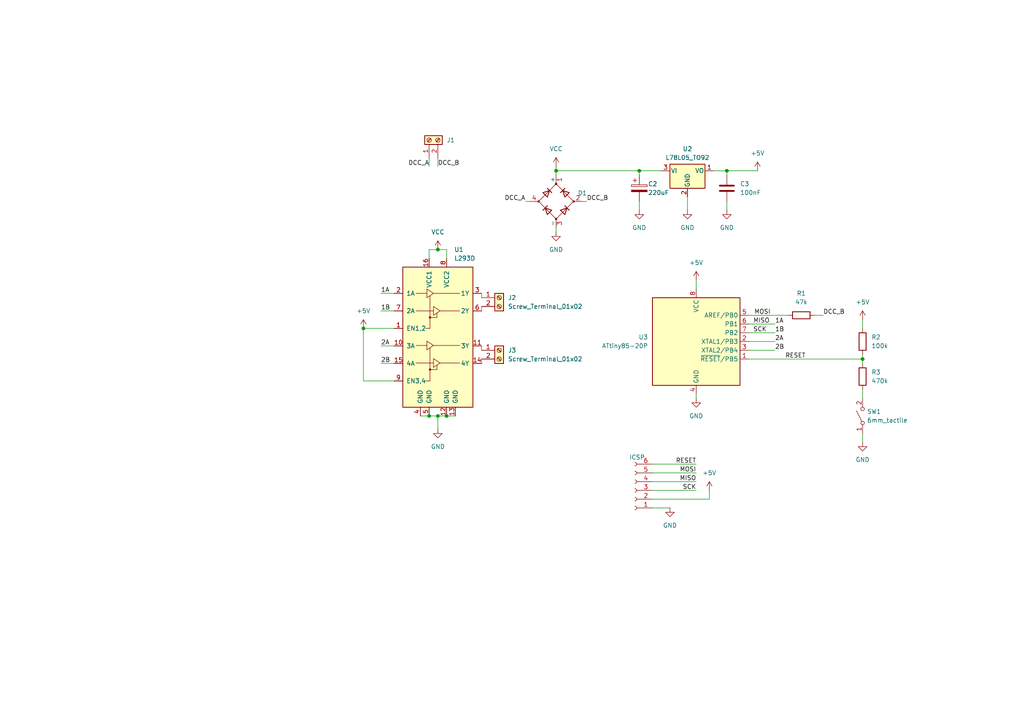
<source format=kicad_sch>
(kicad_sch (version 20231120) (generator "eeschema") (generator_version "8.0")
  (paper "A4")
  (lib_symbols
    (symbol "Connector:Conn_01x06_Socket" (pin_names (offset 1.016) hide)
      (property "Reference" "J" (at 0 7.62 0))
      (property "Value" "Conn_01x06_Socket" (at 0 -10.16 0))
      (symbol "Conn_01x06_Socket_1_1"
        (arc (start 0 -7.112) (mid -0.5058 -7.62) (end 0 -8.128) (stroke (width 0.1524)))
        (arc (start 0 -4.572) (mid -0.5058 -5.08) (end 0 -5.588) (stroke (width 0.1524)))
        (arc (start 0 -2.032) (mid -0.5058 -2.54) (end 0 -3.048) (stroke (width 0.1524)))
        (polyline (pts (xy -1.27 -7.62) (xy -0.508 -7.62)) (stroke (width 0.1524)))
        (polyline (pts (xy -1.27 -5.08) (xy -0.508 -5.08)) (stroke (width 0.1524)))
        (polyline (pts (xy -1.27 -2.54) (xy -0.508 -2.54)) (stroke (width 0.1524)))
        (polyline (pts (xy -1.27 0) (xy -0.508 0)) (stroke (width 0.1524)))
        (polyline (pts (xy -1.27 2.54) (xy -0.508 2.54)) (stroke (width 0.1524)))
        (polyline (pts (xy -1.27 5.08) (xy -0.508 5.08)) (stroke (width 0.1524)))
        (arc (start 0 0.508) (mid -0.5058 0) (end 0 -0.508) (stroke (width 0.1524)))
        (arc (start 0 3.048) (mid -0.5058 2.54) (end 0 2.032) (stroke (width 0.1524)))
        (arc (start 0 5.588) (mid -0.5058 5.08) (end 0 4.572) (stroke (width 0.1524)))
        (pin passive line (at -5.08 5.08 0) (length 3.81) (name "Pin_1") (number "1"))
        (pin passive line (at -5.08 2.54 0) (length 3.81) (name "Pin_2") (number "2"))
        (pin passive line (at -5.08 0 0) (length 3.81) (name "Pin_3") (number "3"))
        (pin passive line (at -5.08 -2.54 0) (length 3.81) (name "Pin_4") (number "4"))
        (pin passive line (at -5.08 -5.08 0) (length 3.81) (name "Pin_5") (number "5"))
        (pin passive line (at -5.08 -7.62 0) (length 3.81) (name "Pin_6") (number "6"))
      )
    )
    (symbol "Connector:Screw_Terminal_01x02" (pin_names (offset 1.016) hide)
      (property "Reference" "J" (at 0 2.54 0))
      (property "Value" "Screw_Terminal_01x02" (at 0 -5.08 0))
      (symbol "Screw_Terminal_01x02_1_1"
        (rectangle (start -1.27 1.27) (end 1.27 -3.81) (stroke (width 0.254)) (fill (type background)))
        (circle (center 0 -2.54) (radius 0.635) (stroke (width 0.1524)))
        (polyline (pts (xy -0.5334 -2.2098) (xy 0.3302 -3.048)) (stroke (width 0.1524)))
        (polyline (pts (xy -0.5334 0.3302) (xy 0.3302 -0.508)) (stroke (width 0.1524)))
        (polyline (pts (xy -0.3556 -2.032) (xy 0.508 -2.8702)) (stroke (width 0.1524)))
        (polyline (pts (xy -0.3556 0.508) (xy 0.508 -0.3302)) (stroke (width 0.1524)))
        (circle (center 0 0) (radius 0.635) (stroke (width 0.1524)))
        (pin passive line (at -5.08 0 0) (length 3.81) (name "Pin_1") (number "1"))
        (pin passive line (at -5.08 -2.54 0) (length 3.81) (name "Pin_2") (number "2"))
      )
    )
    (symbol "Device:C" (pin_numbers hide) (pin_names (offset 0.254))
      (property "Reference" "C" (at 0.635 2.54 0))
      (property "Value" "C" (at 0.635 -2.54 0))
      (symbol "C_0_1"
        (polyline (pts (xy -2.032 -0.762) (xy 2.032 -0.762)) (stroke (width 0.508)))
        (polyline (pts (xy -2.032 0.762) (xy 2.032 0.762)) (stroke (width 0.508)))
      )
      (symbol "C_1_1"
        (pin passive line (at 0 3.81 270) (length 2.794) (name "~") (number "1"))
        (pin passive line (at 0 -3.81 90) (length 2.794) (name "~") (number "2"))
      )
    )
    (symbol "Device:C_Polarized" (pin_numbers hide) (pin_names (offset 0.254))
      (property "Reference" "C" (at 0.635 2.54 0))
      (property "Value" "C_Polarized" (at 0.635 -2.54 0))
      (symbol "C_Polarized_0_1"
        (rectangle (start -2.286 0.508) (end 2.286 1.016))
        (polyline (pts (xy -1.778 2.286) (xy -0.762 2.286)))
        (polyline (pts (xy -1.27 2.794) (xy -1.27 1.778)))
        (rectangle (start 2.286 -0.508) (end -2.286 -1.016) (fill (type outline)))
      )
      (symbol "C_Polarized_1_1"
        (pin passive line (at 0 3.81 270) (length 2.794) (name "~") (number "1"))
        (pin passive line (at 0 -3.81 90) (length 2.794) (name "~") (number "2"))
      )
    )
    (symbol "Device:D_Bridge_+A-A" (pin_names (offset 0))
      (property "Reference" "D" (at 2.54 6.985 0))
      (property "Value" "D_Bridge_+A-A" (at 2.54 5.08 0))
      (symbol "D_Bridge_+A-A_0_1"
        (circle (center -5.08 0) (radius 0.254) (fill (type outline)))
        (circle (center 0 -5.08) (radius 0.254) (fill (type outline)))
        (polyline (pts (xy -2.54 3.81) (xy -1.27 2.54)) (stroke (width 0.254)))
        (polyline (pts (xy -1.27 -2.54) (xy -2.54 -3.81)) (stroke (width 0.254)))
        (polyline (pts (xy 2.54 -1.27) (xy 3.81 -2.54)) (stroke (width 0.254)))
        (polyline (pts (xy 2.54 1.27) (xy 3.81 2.54)) (stroke (width 0.254)))
        (polyline (pts (xy -3.81 2.54) (xy -2.54 1.27) (xy -1.905 3.175) (xy -3.81 2.54)) (stroke (width 0.254)))
        (polyline (pts (xy -2.54 -1.27) (xy -3.81 -2.54) (xy -1.905 -3.175) (xy -2.54 -1.27)) (stroke (width 0.254)))
        (polyline (pts (xy 1.27 2.54) (xy 2.54 3.81) (xy 3.175 1.905) (xy 1.27 2.54)) (stroke (width 0.254)))
        (polyline (pts (xy 3.175 -1.905) (xy 1.27 -2.54) (xy 2.54 -3.81) (xy 3.175 -1.905)) (stroke (width 0.254)))
        (polyline (pts (xy -5.08 0) (xy 0 -5.08) (xy 5.08 0) (xy 0 5.08) (xy -5.08 0)))
        (circle (center 0 5.08) (radius 0.254) (fill (type outline)))
        (circle (center 5.08 0) (radius 0.254) (fill (type outline)))
      )
      (symbol "D_Bridge_+A-A_1_1"
        (pin passive line (at 7.62 0 180) (length 2.54) (name "+") (number "1"))
        (pin passive line (at 0 -7.62 90) (length 2.54) (name "~") (number "2"))
        (pin passive line (at -7.62 0 0) (length 2.54) (name "-") (number "3"))
        (pin passive line (at 0 7.62 270) (length 2.54) (name "~") (number "4"))
      )
    )
    (symbol "Device:R" (pin_numbers hide) (pin_names (offset 0))
      (property "Reference" "R" (at 2.032 0 90))
      (property "Value" "R" (at 0 0 90))
      (symbol "R_0_1"
        (rectangle (start -1.016 -2.54) (end 1.016 2.54) (stroke (width 0.254)))
      )
      (symbol "R_1_1"
        (pin passive line (at 0 3.81 270) (length 1.27) (name "~") (number "1"))
        (pin passive line (at 0 -3.81 90) (length 1.27) (name "~") (number "2"))
      )
    )
    (symbol "Driver_Motor:L293D" (pin_names (offset 1.016))
      (property "Reference" "U" (at -5.08 26.035 0))
      (property "Value" "L293D" (at -5.08 24.13 0))
      (symbol "L293D_0_1"
        (rectangle (start -10.16 22.86) (end 10.16 -17.78) (stroke (width 0.254)) (fill (type background)))
        (circle (center -2.286 -6.858) (radius 0.254) (fill (type outline)))
        (circle (center -2.286 8.255) (radius 0.254) (fill (type outline)))
        (polyline (pts (xy -6.35 -4.953) (xy -1.27 -4.953)))
        (polyline (pts (xy -6.35 0.127) (xy -3.175 0.127)))
        (polyline (pts (xy -6.35 10.16) (xy -1.27 10.16)))
        (polyline (pts (xy -6.35 15.24) (xy -3.175 15.24)))
        (polyline (pts (xy -1.27 0.127) (xy 6.35 0.127)))
        (polyline (pts (xy -1.27 15.24) (xy 6.35 15.24)))
        (polyline (pts (xy 0.635 -4.953) (xy 6.35 -4.953)))
        (polyline (pts (xy 0.635 10.16) (xy 6.35 10.16)))
        (polyline (pts (xy -2.286 -6.858) (xy -0.254 -6.858) (xy -0.254 -5.588)))
        (polyline (pts (xy -2.286 -0.635) (xy -2.286 -10.16) (xy -3.556 -10.16)))
        (polyline (pts (xy -2.286 8.255) (xy -0.254 8.255) (xy -0.254 9.525)))
        (polyline (pts (xy -2.286 14.478) (xy -2.286 5.08) (xy -3.556 5.08)))
        (polyline (pts (xy -3.175 1.397) (xy -3.175 -1.143) (xy -1.27 0.127) (xy -3.175 1.397)))
        (polyline (pts (xy -3.175 16.51) (xy -3.175 13.97) (xy -1.27 15.24) (xy -3.175 16.51)))
        (polyline (pts (xy -1.27 -3.683) (xy -1.27 -6.223) (xy 0.635 -4.953) (xy -1.27 -3.683)))
        (polyline (pts (xy -1.27 11.43) (xy -1.27 8.89) (xy 0.635 10.16) (xy -1.27 11.43)))
      )
      (symbol "L293D_1_1"
        (pin input line (at -12.7 5.08 0) (length 2.54) (name "EN1,2") (number "1"))
        (pin input line (at -12.7 0 0) (length 2.54) (name "3A") (number "10"))
        (pin output line (at 12.7 0 180) (length 2.54) (name "3Y") (number "11"))
        (pin power_in line (at 2.54 -20.32 90) (length 2.54) (name "GND") (number "12"))
        (pin power_in line (at 5.08 -20.32 90) (length 2.54) (name "GND") (number "13"))
        (pin output line (at 12.7 -5.08 180) (length 2.54) (name "4Y") (number "14"))
        (pin input line (at -12.7 -5.08 0) (length 2.54) (name "4A") (number "15"))
        (pin power_in line (at -2.54 25.4 270) (length 2.54) (name "VCC1") (number "16"))
        (pin input line (at -12.7 15.24 0) (length 2.54) (name "1A") (number "2"))
        (pin output line (at 12.7 15.24 180) (length 2.54) (name "1Y") (number "3"))
        (pin power_in line (at -5.08 -20.32 90) (length 2.54) (name "GND") (number "4"))
        (pin power_in line (at -2.54 -20.32 90) (length 2.54) (name "GND") (number "5"))
        (pin output line (at 12.7 10.16 180) (length 2.54) (name "2Y") (number "6"))
        (pin input line (at -12.7 10.16 0) (length 2.54) (name "2A") (number "7"))
        (pin power_in line (at 2.54 25.4 270) (length 2.54) (name "VCC2") (number "8"))
        (pin input line (at -12.7 -10.16 0) (length 2.54) (name "EN3,4") (number "9"))
      )
    )
    (symbol "MCU_Microchip_ATtiny:ATtiny85-20P"
      (property "Reference" "U" (at -12.7 13.97 0))
      (property "Value" "ATtiny85-20P" (at 2.54 -13.97 0))
      (symbol "ATtiny85-20P_0_1"
        (rectangle (start -12.7 -12.7) (end 12.7 12.7) (stroke (width 0.254)) (fill (type background)))
      )
      (symbol "ATtiny85-20P_1_1"
        (pin bidirectional line (at 15.24 -5.08 180) (length 2.54) (name "~{RESET}/PB5") (number "1"))
        (pin bidirectional line (at 15.24 0 180) (length 2.54) (name "XTAL1/PB3") (number "2"))
        (pin bidirectional line (at 15.24 -2.54 180) (length 2.54) (name "XTAL2/PB4") (number "3"))
        (pin power_in line (at 0 -15.24 90) (length 2.54) (name "GND") (number "4"))
        (pin bidirectional line (at 15.24 7.62 180) (length 2.54) (name "AREF/PB0") (number "5"))
        (pin bidirectional line (at 15.24 5.08 180) (length 2.54) (name "PB1") (number "6"))
        (pin bidirectional line (at 15.24 2.54 180) (length 2.54) (name "PB2") (number "7"))
        (pin power_in line (at 0 15.24 270) (length 2.54) (name "VCC") (number "8"))
      )
    )
    (symbol "Regulator_Linear:L78L05_TO92" (pin_names (offset 0.254))
      (property "Reference" "U" (at -3.81 3.175 0))
      (property "Value" "L78L05_TO92" (at 0 3.175 0))
      (symbol "L78L05_TO92_0_1"
        (rectangle (start -5.08 -5.08) (end 5.08 1.905) (stroke (width 0.254)) (fill (type background)))
      )
      (symbol "L78L05_TO92_1_1"
        (pin power_out line (at 7.62 0 180) (length 2.54) (name "VO") (number "1"))
        (pin power_in line (at 0 -7.62 90) (length 2.54) (name "GND") (number "2"))
        (pin power_in line (at -7.62 0 0) (length 2.54) (name "VI") (number "3"))
      )
    )
    (symbol "custom_kicad_lib_sk:6mm_tactile" (pin_names (offset 0) hide)
      (property "Reference" "SW" (at 0 3.175 0))
      (property "Value" "6mm_tactile" (at 0 -2.54 0))
      (symbol "6mm_tactile_0_0"
        (circle (center -2.032 0) (radius 0.508))
        (polyline (pts (xy -1.524 0.254) (xy 1.524 1.778)))
        (circle (center 2.032 0) (radius 0.508))
      )
      (symbol "6mm_tactile_1_1"
        (pin passive line (at -5.08 0 0) (length 2.54) (name "A") (number "1"))
        (pin passive line (at 5.08 0 180) (length 2.54) (name "B") (number "2"))
      )
    )
    (symbol "power:+5V" (power) (pin_numbers hide) (pin_names (offset 0) hide)
      (property "Value" "+5V" (at 0 3.556 0))
      (symbol "+5V_0_1"
        (polyline (pts (xy -0.762 1.27) (xy 0 2.54)))
        (polyline (pts (xy 0 0) (xy 0 2.54)))
        (polyline (pts (xy 0 2.54) (xy 0.762 1.27)))
      )
      (symbol "+5V_1_1"
        (pin power_in line (at 0 0 90) (length 0) (name "~") (number "1"))
      )
    )
    (symbol "power:GND" (power) (pin_numbers hide) (pin_names (offset 0) hide)
      (property "Value" "GND" (at 0 -3.81 0))
      (symbol "GND_0_1"
        (polyline (pts (xy 0 0) (xy 0 -1.27) (xy 1.27 -1.27) (xy 0 -2.54) (xy -1.27 -1.27) (xy 0 -1.27)))
      )
      (symbol "GND_1_1"
        (pin power_in line (at 0 0 270) (length 0) (name "~") (number "1"))
      )
    )
    (symbol "power:VCC" (power) (pin_numbers hide) (pin_names (offset 0) hide)
      (property "Value" "VCC" (at 0 3.556 0))
      (symbol "VCC_0_1"
        (polyline (pts (xy -0.762 1.27) (xy 0 2.54)))
        (polyline (pts (xy 0 0) (xy 0 2.54)))
        (polyline (pts (xy 0 2.54) (xy 0.762 1.27)))
      )
      (symbol "VCC_1_1"
        (pin power_in line (at 0 0 90) (length 0) (name "~") (number "1"))
      )
    )
  )
  (junction (at 129.54 120.65))
  (junction (at 161.29 49.53))
  (junction (at 250.19 104.14))
  (junction (at 210.82 49.53))
  (junction (at 127 72.39))
  (junction (at 105.41 95.25))
  (junction (at 124.46 120.65))
  (junction (at 185.42 49.53))
  (junction (at 127 120.65))
  (wire (pts (xy 161.29 66.04) (xy 161.29 67.31)))
  (wire (pts (xy 210.82 49.53) (xy 219.71 49.53)))
  (wire (pts (xy 127 120.65) (xy 127 124.46)))
  (wire (pts (xy 236.22 91.44) (xy 238.76 91.44)))
  (wire (pts (xy 161.29 49.53) (xy 161.29 50.8)))
  (wire (pts (xy 185.42 50.8) (xy 185.42 49.53)))
  (wire (pts (xy 217.17 99.06) (xy 224.79 99.06)))
  (wire (pts (xy 189.23 139.7) (xy 201.93 139.7)))
  (wire (pts (xy 110.49 90.17) (xy 114.3 90.17)))
  (wire (pts (xy 152.4 58.42) (xy 153.67 58.42)))
  (wire (pts (xy 105.41 95.25) (xy 105.41 110.49)))
  (wire (pts (xy 224.79 101.6) (xy 217.17 101.6)))
  (wire (pts (xy 201.93 81.28) (xy 201.93 83.82)))
  (wire (pts (xy 168.91 58.42) (xy 170.18 58.42)))
  (wire (pts (xy 139.7 104.14) (xy 139.7 105.41)))
  (wire (pts (xy 129.54 120.65) (xy 132.08 120.65)))
  (wire (pts (xy 110.49 100.33) (xy 114.3 100.33)))
  (wire (pts (xy 217.17 104.14) (xy 250.19 104.14)))
  (wire (pts (xy 250.19 102.87) (xy 250.19 104.14)))
  (wire (pts (xy 189.23 147.32) (xy 194.31 147.32)))
  (wire (pts (xy 207.01 49.53) (xy 210.82 49.53)))
  (wire (pts (xy 205.74 142.24) (xy 205.74 144.78)))
  (wire (pts (xy 189.23 142.24) (xy 201.93 142.24)))
  (wire (pts (xy 199.39 57.15) (xy 199.39 60.96)))
  (wire (pts (xy 124.46 72.39) (xy 124.46 74.93)))
  (wire (pts (xy 124.46 45.72) (xy 124.46 48.26)))
  (wire (pts (xy 185.42 49.53) (xy 191.77 49.53)))
  (wire (pts (xy 161.29 49.53) (xy 185.42 49.53)))
  (wire (pts (xy 127 120.65) (xy 129.54 120.65)))
  (wire (pts (xy 129.54 72.39) (xy 129.54 74.93)))
  (wire (pts (xy 127 45.72) (xy 127 48.26)))
  (wire (pts (xy 210.82 58.42) (xy 210.82 60.96)))
  (wire (pts (xy 185.42 58.42) (xy 185.42 60.96)))
  (wire (pts (xy 127 72.39) (xy 124.46 72.39)))
  (wire (pts (xy 210.82 50.8) (xy 210.82 49.53)))
  (wire (pts (xy 121.92 120.65) (xy 124.46 120.65)))
  (wire (pts (xy 250.19 105.41) (xy 250.19 104.14)))
  (wire (pts (xy 250.19 113.03) (xy 250.19 115.57)))
  (wire (pts (xy 250.19 125.73) (xy 250.19 128.27)))
  (wire (pts (xy 105.41 95.25) (xy 114.3 95.25)))
  (wire (pts (xy 217.17 91.44) (xy 228.6 91.44)))
  (wire (pts (xy 217.17 93.98) (xy 224.79 93.98)))
  (wire (pts (xy 139.7 88.9) (xy 139.7 90.17)))
  (wire (pts (xy 189.23 134.62) (xy 201.93 134.62)))
  (wire (pts (xy 217.17 96.52) (xy 224.79 96.52)))
  (wire (pts (xy 124.46 120.65) (xy 127 120.65)))
  (wire (pts (xy 189.23 137.16) (xy 201.93 137.16)))
  (wire (pts (xy 110.49 85.09) (xy 114.3 85.09)))
  (wire (pts (xy 127 72.39) (xy 129.54 72.39)))
  (wire (pts (xy 139.7 85.09) (xy 139.7 86.36)))
  (wire (pts (xy 110.49 105.41) (xy 114.3 105.41)))
  (wire (pts (xy 139.7 100.33) (xy 139.7 101.6)))
  (wire (pts (xy 250.19 92.71) (xy 250.19 95.25)))
  (wire (pts (xy 105.41 110.49) (xy 114.3 110.49)))
  (wire (pts (xy 189.23 144.78) (xy 205.74 144.78)))
  (wire (pts (xy 201.93 114.3) (xy 201.93 115.57)))
  (wire (pts (xy 161.29 48.26) (xy 161.29 49.53)))
  (label "RESET" (at 233.68 104.14 180))
  (label "1B" (at 224.79 96.52 0))
  (label "2B" (at 110.49 105.41 0))
  (label "DCC_B" (at 127 48.26 0))
  (label "MOSI" (at 201.93 137.16 180))
  (label "SCK" (at 218.44 96.52 0))
  (label "1A" (at 110.49 85.09 0))
  (label "RESET" (at 201.93 134.62 180))
  (label "1A" (at 224.79 93.98 0))
  (label "2A" (at 224.79 99.06 0))
  (label "DCC_B" (at 170.18 58.42 0))
  (label "2B" (at 224.79 101.6 0))
  (label "2A" (at 110.49 100.33 0))
  (label "SCK" (at 201.93 142.24 180))
  (label "MOSI" (at 223.52 91.44 180))
  (label "MISO" (at 201.93 139.7 180))
  (label "DCC_A" (at 152.4 58.42 180))
  (label "DCC_A" (at 124.46 48.26 180))
  (label "1B" (at 110.49 90.17 0))
  (label "MISO" (at 218.44 93.98 0))
  (label "DCC_B" (at 238.76 91.44 0))
  (symbol (lib_id "power:+5V") (at 250.19 92.71 0) (unit 1)
    (property "Reference" "#PWR016" (effects (hide yes)))
    (property "Value" "+5V" (at 250.19 87.63 0))
    (property "Description" "Power symbol creates a global label with name \"+5V\"" (effects (hide yes)))
  )
  (symbol (lib_id "power:GND") (at 161.29 67.31 0) (unit 1)
    (property "Reference" "#PWR05" (effects (hide yes)))
    (property "Value" "GND" (at 161.29 72.39 0))
    (property "Description" "Power symbol creates a global label with name \"GND\" , ground" (effects (hide yes)))
  )
  (symbol (lib_id "power:VCC") (at 127 72.39 0) (unit 1)
    (property "Reference" "#PWR02" (effects (hide yes)))
    (property "Value" "VCC" (at 127 67.31 0))
    (property "Description" "Power symbol creates a global label with name \"VCC\"" (effects (hide yes)))
  )
  (symbol (lib_id "power:+5V") (at 201.93 81.28 0) (unit 1)
    (property "Reference" "#PWR011" (effects (hide yes)))
    (property "Value" "+5V" (at 201.93 76.2 0))
    (property "Description" "Power symbol creates a global label with name \"+5V\"" (effects (hide yes)))
  )
  (symbol (lib_id "MCU_Microchip_ATtiny:ATtiny85-20P") (at 201.93 99.06 0) (unit 1)
    (property "Reference" "U3" (at 187.96 97.7899 0) (effects (justify right)))
    (property "Value" "ATtiny85-20P" (at 187.96 100.3299 0) (effects (justify right)))
    (property "Footprint" "Package_DIP:DIP-8_W7.62mm" (effects (hide yes)))
    (property "Datasheet" "http://ww1.microchip.com/downloads/en/DeviceDoc/atmel-2586-avr-8-bit-microcontroller-attiny25-attiny45-attiny85_datasheet.pdf" (effects (hide yes)))
    (property "Description" "20MHz, 8kB Flash, 512B SRAM, 512B EEPROM, debugWIRE, DIP-8" (effects (hide yes)))
  )
  (symbol (lib_id "Device:D_Bridge_+A-A") (at 161.29 58.42 90) (unit 1)
    (property "Reference" "D1" (at 168.91 56.0068 90))
    (property "Value" "D_Bridge_+A-A" (effects (hide yes)))
    (property "Footprint" "Diode_THT:Diode_Bridge_Round_D9.0mm" (effects (hide yes)))
    (property "Description" "Diode bridge, +ve/AC/-ve/AC" (effects (hide yes)))
  )
  (symbol (lib_id "Device:R") (at 232.41 91.44 90) (unit 1)
    (property "Reference" "R1" (at 232.41 85.09 90))
    (property "Value" "47k" (at 232.41 87.63 90))
    (property "Footprint" "Resistor_THT:R_Axial_DIN0204_L3.6mm_D1.6mm_P7.62mm_Horizontal" (effects (hide yes)))
    (property "Description" "Resistor" (effects (hide yes)))
  )
  (symbol (lib_id "power:+5V") (at 219.71 49.53 0) (unit 1)
    (property "Reference" "#PWR015" (effects (hide yes)))
    (property "Value" "+5V" (at 219.71 44.45 0))
    (property "Description" "Power symbol creates a global label with name \"+5V\"" (effects (hide yes)))
  )
  (symbol (lib_id "power:VCC") (at 161.29 48.26 0) (unit 1)
    (property "Reference" "#PWR04" (effects (hide yes)))
    (property "Value" "VCC" (at 161.29 43.18 0))
    (property "Description" "Power symbol creates a global label with name \"VCC\"" (effects (hide yes)))
  )
  (symbol (lib_id "power:GND") (at 194.31 147.32 0) (unit 1)
    (property "Reference" "#PWR09" (effects (hide yes)))
    (property "Value" "GND" (at 194.31 152.4 0))
    (property "Description" "Power symbol creates a global label with name \"GND\" , ground" (effects (hide yes)))
  )
  (symbol (lib_id "Device:C") (at 210.82 54.61 0) (unit 1)
    (property "Reference" "C3" (at 214.63 53.3399 0) (effects (justify left)))
    (property "Value" "100nF" (at 214.63 55.8799 0) (effects (justify left)))
    (property "Footprint" "Capacitor_THT:C_Disc_D3.0mm_W1.6mm_P2.50mm" (effects (hide yes)))
    (property "Description" "Unpolarized capacitor" (effects (hide yes)))
  )
  (symbol (lib_id "power:+5V") (at 105.41 95.25 0) (unit 1)
    (property "Reference" "#PWR01" (effects (hide yes)))
    (property "Value" "+5V" (at 105.41 90.17 0))
    (property "Description" "Power symbol creates a global label with name \"+5V\"" (effects (hide yes)))
  )
  (symbol (lib_id "power:GND") (at 250.19 128.27 0) (unit 1)
    (property "Reference" "#PWR017" (effects (hide yes)))
    (property "Value" "GND" (at 250.19 133.35 0))
    (property "Description" "Power symbol creates a global label with name \"GND\" , ground" (effects (hide yes)))
  )
  (symbol (lib_id "Device:C_Polarized") (at 185.42 54.61 0) (unit 1)
    (property "Reference" "C2" (at 187.96 53.34 0) (effects (justify left)))
    (property "Value" "220uF" (at 187.96 55.88 0) (effects (justify left)))
    (property "Footprint" "Capacitor_THT:CP_Radial_D7.5mm_P2.50mm" (effects (hide yes)))
    (property "Description" "Polarized capacitor" (effects (hide yes)))
  )
  (symbol (lib_id "Driver_Motor:L293D") (at 127 100.33 0) (unit 1)
    (property "Reference" "U1" (at 131.7341 72.39 0) (effects (justify left)))
    (property "Value" "L293D" (at 131.7341 74.93 0) (effects (justify left)))
    (property "Footprint" "Package_DIP:DIP-16_W7.62mm" (effects (hide yes)))
    (property "Datasheet" "http://www.ti.com/lit/ds/symlink/l293.pdf" (effects (hide yes)))
    (property "Description" "Quadruple Half-H Drivers" (effects (hide yes)))
  )
  (symbol (lib_id "power:GND") (at 201.93 115.57 0) (unit 1)
    (property "Reference" "#PWR012" (effects (hide yes)))
    (property "Value" "GND" (at 201.93 120.65 0))
    (property "Description" "Power symbol creates a global label with name \"GND\" , ground" (effects (hide yes)))
  )
  (symbol (lib_id "power:GND") (at 185.42 60.96 0) (unit 1)
    (property "Reference" "#PWR08" (effects (hide yes)))
    (property "Value" "GND" (at 185.42 66.04 0))
    (property "Description" "Power symbol creates a global label with name \"GND\" , ground" (effects (hide yes)))
  )
  (symbol (lib_id "power:GND") (at 210.82 60.96 0) (unit 1)
    (property "Reference" "#PWR014" (effects (hide yes)))
    (property "Value" "GND" (at 210.82 66.04 0))
    (property "Description" "Power symbol creates a global label with name \"GND\" , ground" (effects (hide yes)))
  )
  (symbol (lib_id "Connector:Conn_01x06_Socket") (at 184.15 142.24 180) (unit 1)
    (property "Reference" "J4" (effects (hide yes)))
    (property "Value" "ICSP" (at 184.785 132.6308 0))
    (property "Footprint" "Connector_PinHeader_2.54mm:PinHeader_1x06_P2.54mm_Vertical" (effects (hide yes)))
  )
  (symbol (lib_id "Connector:Screw_Terminal_01x02") (at 144.78 101.6 0) (unit 1)
    (property "Reference" "J3" (at 147.32 101.5999 0) (effects (justify left)))
    (property "Value" "Screw_Terminal_01x02" (at 147.32 104.1399 0) (effects (justify left)))
    (property "Footprint" "Connector_Phoenix_MC:PhoenixContact_MC_1,5_2-G-3.5_1x02_P3.50mm_Horizontal" (effects (hide yes)))
    (property "Description" "Generic screw terminal, single row, 01x02, script generated (kicad-library-utils/schlib/autogen/connector/)" (effects (hide yes)))
  )
  (symbol (lib_id "Device:R") (at 250.19 99.06 0) (unit 1)
    (property "Reference" "R2" (at 252.73 97.7899 0) (effects (justify left)))
    (property "Value" "100k" (at 252.73 100.3299 0) (effects (justify left)))
    (property "Footprint" "Resistor_THT:R_Axial_DIN0204_L3.6mm_D1.6mm_P7.62mm_Horizontal" (effects (hide yes)))
    (property "Description" "Resistor" (effects (hide yes)))
  )
  (symbol (lib_id "Device:R") (at 250.19 109.22 0) (unit 1)
    (property "Reference" "R3" (at 252.73 107.9499 0) (effects (justify left)))
    (property "Value" "470k" (at 252.73 110.4899 0) (effects (justify left)))
    (property "Footprint" "Resistor_THT:R_Axial_DIN0204_L3.6mm_D1.6mm_P7.62mm_Horizontal" (effects (hide yes)))
    (property "Description" "Resistor" (effects (hide yes)))
  )
  (symbol (lib_id "Connector:Screw_Terminal_01x02") (at 144.78 86.36 0) (unit 1)
    (property "Reference" "J2" (at 147.32 86.3599 0) (effects (justify left)))
    (property "Value" "Screw_Terminal_01x02" (at 147.32 88.8999 0) (effects (justify left)))
    (property "Footprint" "Connector_Phoenix_MC:PhoenixContact_MC_1,5_2-G-3.5_1x02_P3.50mm_Horizontal" (effects (hide yes)))
    (property "Description" "Generic screw terminal, single row, 01x02, script generated (kicad-library-utils/schlib/autogen/connector/)" (effects (hide yes)))
  )
  (symbol (lib_id "Connector:Screw_Terminal_01x02") (at 124.46 40.64 90) (unit 1)
    (property "Reference" "J1" (at 129.54 40.6399 90) (effects (justify right)))
    (property "Value" "Screw_Terminal_01x02" (effects (hide yes)))
    (property "Footprint" "Connector_Phoenix_MC:PhoenixContact_MC_1,5_2-G-3.5_1x02_P3.50mm_Horizontal" (effects (hide yes)))
    (property "Description" "Generic screw terminal, single row, 01x02, script generated (kicad-library-utils/schlib/autogen/connector/)" (effects (hide yes)))
  )
  (symbol (lib_id "power:GND") (at 127 124.46 0) (unit 1)
    (property "Reference" "#PWR03" (effects (hide yes)))
    (property "Value" "GND" (at 127 129.54 0))
    (property "Description" "Power symbol creates a global label with name \"GND\" , ground" (effects (hide yes)))
  )
  (symbol (lib_id "power:+5V") (at 205.74 142.24 0) (unit 1)
    (property "Reference" "#PWR013" (effects (hide yes)))
    (property "Value" "+5V" (at 205.74 137.16 0))
    (property "Description" "Power symbol creates a global label with name \"+5V\"" (effects (hide yes)))
  )
  (symbol (lib_id "power:GND") (at 199.39 60.96 0) (unit 1)
    (property "Reference" "#PWR010" (effects (hide yes)))
    (property "Value" "GND" (at 199.39 66.04 0))
    (property "Description" "Power symbol creates a global label with name \"GND\" , ground" (effects (hide yes)))
  )
  (symbol (lib_id "custom_kicad_lib_sk:6mm_tactile") (at 250.19 120.65 90) (unit 1)
    (property "Reference" "SW1" (at 251.46 119.3799 90) (effects (justify right)))
    (property "Value" "6mm_tactile" (at 251.46 121.9199 90) (effects (justify right)))
    (property "Footprint" "custom_kicad_lib_sk:SW_NO_SILK" (effects (hide yes)))
    (property "Description" "Single Pole Single Throw (SPST) switch" (effects (hide yes)))
  )
  (symbol (lib_id "Regulator_Linear:L78L05_TO92") (at 199.39 49.53 0) (unit 1)
    (property "Reference" "U2" (at 199.39 43.18 0))
    (property "Value" "L78L05_TO92" (at 199.39 45.72 0))
    (property "Footprint" "Package_TO_SOT_THT:TO-92_Inline_Wide" (effects (hide yes)))
    (property "Datasheet" "http://www.st.com/content/ccc/resource/technical/document/datasheet/15/55/e5/aa/23/5b/43/fd/CD00000446.pdf/files/CD00000446.pdf/jcr:content/translations/en.CD00000446.pdf" (effects (hide yes)))
    (property "Description" "Positive 100mA 30V Linear Regulator, Fixed Output 5V, TO-92" (effects (hide yes)))
  )
)
</source>
